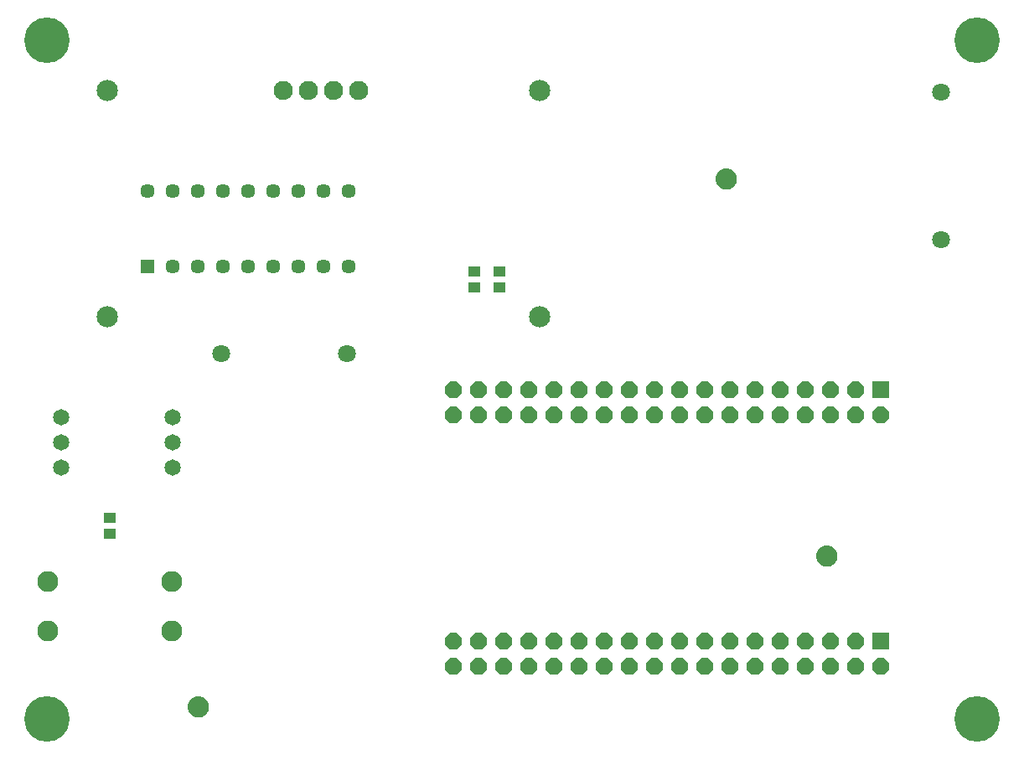
<source format=gbr>
G04 EAGLE Gerber RS-274X export*
G75*
%MOMM*%
%FSLAX34Y34*%
%LPD*%
%INSoldermask Bottom*%
%IPPOS*%
%AMOC8*
5,1,8,0,0,1.08239X$1,22.5*%
G01*
%ADD10C,2.112400*%
%ADD11C,1.803400*%
%ADD12R,1.447800X1.447800*%
%ADD13C,1.447800*%
%ADD14C,2.152400*%
%ADD15C,1.930400*%
%ADD16C,1.651000*%
%ADD17R,1.183641X1.102359*%
%ADD18R,1.676400X1.676400*%
%ADD19P,1.814519X8X202.500000*%
%ADD20C,4.597400*%
%ADD21C,0.609600*%
%ADD22C,1.168400*%


D10*
X39100Y177400D03*
X39100Y127400D03*
X164100Y127400D03*
X164100Y177400D03*
D11*
X341100Y407700D03*
X214100Y407700D03*
D12*
X139700Y495300D03*
D13*
X165100Y495300D03*
X190500Y495300D03*
X215900Y495300D03*
X241300Y495300D03*
X266700Y495300D03*
X292100Y495300D03*
X317500Y495300D03*
X342900Y495300D03*
X342900Y571500D03*
X317500Y571500D03*
X292100Y571500D03*
X266700Y571500D03*
X241300Y571500D03*
X215900Y571500D03*
X190500Y571500D03*
X165100Y571500D03*
X139700Y571500D03*
D11*
X941100Y522500D03*
X941100Y671300D03*
D14*
X535940Y444500D03*
X99060Y444500D03*
X535940Y673100D03*
X99060Y673100D03*
D15*
X276860Y673100D03*
X302260Y673100D03*
X327660Y673100D03*
X353060Y673100D03*
D16*
X165100Y342900D03*
X165100Y317500D03*
X165100Y292100D03*
X52578Y342900D03*
X52578Y317500D03*
X52578Y292100D03*
D17*
X101600Y225679D03*
X101600Y241681D03*
X469900Y474599D03*
X469900Y490601D03*
X495300Y474599D03*
X495300Y490601D03*
D18*
X880700Y371100D03*
D19*
X880700Y345700D03*
X855300Y371100D03*
X855300Y345700D03*
X829900Y371100D03*
X829900Y345700D03*
X804500Y371100D03*
X804500Y345700D03*
X779100Y371100D03*
X779100Y345700D03*
X753700Y371100D03*
X753700Y345700D03*
X728300Y371100D03*
X728300Y345700D03*
X702900Y371100D03*
X702900Y345700D03*
X677500Y371100D03*
X677500Y345700D03*
X652100Y371100D03*
X652100Y345700D03*
X626700Y371100D03*
X626700Y345700D03*
X601300Y371100D03*
X601300Y345700D03*
X575900Y371100D03*
X575900Y345700D03*
X550500Y371100D03*
X550500Y345700D03*
X525100Y371100D03*
X525100Y345700D03*
X499700Y371100D03*
X499700Y345700D03*
X474300Y371100D03*
X474300Y345700D03*
X448900Y371100D03*
X448900Y345700D03*
D18*
X880700Y117100D03*
D19*
X880700Y91700D03*
X855300Y117100D03*
X855300Y91700D03*
X829900Y117100D03*
X829900Y91700D03*
X804500Y117100D03*
X804500Y91700D03*
X779100Y117100D03*
X779100Y91700D03*
X753700Y117100D03*
X753700Y91700D03*
X728300Y117100D03*
X728300Y91700D03*
X702900Y117100D03*
X702900Y91700D03*
X677500Y117100D03*
X677500Y91700D03*
X652100Y117100D03*
X652100Y91700D03*
X626700Y117100D03*
X626700Y91700D03*
X601300Y117100D03*
X601300Y91700D03*
X575900Y117100D03*
X575900Y91700D03*
X550500Y117100D03*
X550500Y91700D03*
X525100Y117100D03*
X525100Y91700D03*
X499700Y117100D03*
X499700Y91700D03*
X474300Y117100D03*
X474300Y91700D03*
X448900Y117100D03*
X448900Y91700D03*
D20*
X38100Y38100D03*
X977900Y723900D03*
X38100Y723900D03*
X977900Y38100D03*
D21*
X716280Y584200D02*
X716282Y584387D01*
X716289Y584574D01*
X716301Y584761D01*
X716317Y584947D01*
X716337Y585133D01*
X716362Y585318D01*
X716392Y585503D01*
X716426Y585687D01*
X716465Y585870D01*
X716508Y586052D01*
X716556Y586232D01*
X716608Y586412D01*
X716665Y586590D01*
X716725Y586767D01*
X716791Y586942D01*
X716860Y587116D01*
X716934Y587288D01*
X717012Y587458D01*
X717094Y587626D01*
X717180Y587792D01*
X717270Y587956D01*
X717364Y588117D01*
X717462Y588277D01*
X717564Y588433D01*
X717670Y588588D01*
X717780Y588739D01*
X717893Y588888D01*
X718010Y589034D01*
X718130Y589177D01*
X718254Y589317D01*
X718381Y589454D01*
X718512Y589588D01*
X718646Y589719D01*
X718783Y589846D01*
X718923Y589970D01*
X719066Y590090D01*
X719212Y590207D01*
X719361Y590320D01*
X719512Y590430D01*
X719667Y590536D01*
X719823Y590638D01*
X719983Y590736D01*
X720144Y590830D01*
X720308Y590920D01*
X720474Y591006D01*
X720642Y591088D01*
X720812Y591166D01*
X720984Y591240D01*
X721158Y591309D01*
X721333Y591375D01*
X721510Y591435D01*
X721688Y591492D01*
X721868Y591544D01*
X722048Y591592D01*
X722230Y591635D01*
X722413Y591674D01*
X722597Y591708D01*
X722782Y591738D01*
X722967Y591763D01*
X723153Y591783D01*
X723339Y591799D01*
X723526Y591811D01*
X723713Y591818D01*
X723900Y591820D01*
X724087Y591818D01*
X724274Y591811D01*
X724461Y591799D01*
X724647Y591783D01*
X724833Y591763D01*
X725018Y591738D01*
X725203Y591708D01*
X725387Y591674D01*
X725570Y591635D01*
X725752Y591592D01*
X725932Y591544D01*
X726112Y591492D01*
X726290Y591435D01*
X726467Y591375D01*
X726642Y591309D01*
X726816Y591240D01*
X726988Y591166D01*
X727158Y591088D01*
X727326Y591006D01*
X727492Y590920D01*
X727656Y590830D01*
X727817Y590736D01*
X727977Y590638D01*
X728133Y590536D01*
X728288Y590430D01*
X728439Y590320D01*
X728588Y590207D01*
X728734Y590090D01*
X728877Y589970D01*
X729017Y589846D01*
X729154Y589719D01*
X729288Y589588D01*
X729419Y589454D01*
X729546Y589317D01*
X729670Y589177D01*
X729790Y589034D01*
X729907Y588888D01*
X730020Y588739D01*
X730130Y588588D01*
X730236Y588433D01*
X730338Y588277D01*
X730436Y588117D01*
X730530Y587956D01*
X730620Y587792D01*
X730706Y587626D01*
X730788Y587458D01*
X730866Y587288D01*
X730940Y587116D01*
X731009Y586942D01*
X731075Y586767D01*
X731135Y586590D01*
X731192Y586412D01*
X731244Y586232D01*
X731292Y586052D01*
X731335Y585870D01*
X731374Y585687D01*
X731408Y585503D01*
X731438Y585318D01*
X731463Y585133D01*
X731483Y584947D01*
X731499Y584761D01*
X731511Y584574D01*
X731518Y584387D01*
X731520Y584200D01*
X731518Y584013D01*
X731511Y583826D01*
X731499Y583639D01*
X731483Y583453D01*
X731463Y583267D01*
X731438Y583082D01*
X731408Y582897D01*
X731374Y582713D01*
X731335Y582530D01*
X731292Y582348D01*
X731244Y582168D01*
X731192Y581988D01*
X731135Y581810D01*
X731075Y581633D01*
X731009Y581458D01*
X730940Y581284D01*
X730866Y581112D01*
X730788Y580942D01*
X730706Y580774D01*
X730620Y580608D01*
X730530Y580444D01*
X730436Y580283D01*
X730338Y580123D01*
X730236Y579967D01*
X730130Y579812D01*
X730020Y579661D01*
X729907Y579512D01*
X729790Y579366D01*
X729670Y579223D01*
X729546Y579083D01*
X729419Y578946D01*
X729288Y578812D01*
X729154Y578681D01*
X729017Y578554D01*
X728877Y578430D01*
X728734Y578310D01*
X728588Y578193D01*
X728439Y578080D01*
X728288Y577970D01*
X728133Y577864D01*
X727977Y577762D01*
X727817Y577664D01*
X727656Y577570D01*
X727492Y577480D01*
X727326Y577394D01*
X727158Y577312D01*
X726988Y577234D01*
X726816Y577160D01*
X726642Y577091D01*
X726467Y577025D01*
X726290Y576965D01*
X726112Y576908D01*
X725932Y576856D01*
X725752Y576808D01*
X725570Y576765D01*
X725387Y576726D01*
X725203Y576692D01*
X725018Y576662D01*
X724833Y576637D01*
X724647Y576617D01*
X724461Y576601D01*
X724274Y576589D01*
X724087Y576582D01*
X723900Y576580D01*
X723713Y576582D01*
X723526Y576589D01*
X723339Y576601D01*
X723153Y576617D01*
X722967Y576637D01*
X722782Y576662D01*
X722597Y576692D01*
X722413Y576726D01*
X722230Y576765D01*
X722048Y576808D01*
X721868Y576856D01*
X721688Y576908D01*
X721510Y576965D01*
X721333Y577025D01*
X721158Y577091D01*
X720984Y577160D01*
X720812Y577234D01*
X720642Y577312D01*
X720474Y577394D01*
X720308Y577480D01*
X720144Y577570D01*
X719983Y577664D01*
X719823Y577762D01*
X719667Y577864D01*
X719512Y577970D01*
X719361Y578080D01*
X719212Y578193D01*
X719066Y578310D01*
X718923Y578430D01*
X718783Y578554D01*
X718646Y578681D01*
X718512Y578812D01*
X718381Y578946D01*
X718254Y579083D01*
X718130Y579223D01*
X718010Y579366D01*
X717893Y579512D01*
X717780Y579661D01*
X717670Y579812D01*
X717564Y579967D01*
X717462Y580123D01*
X717364Y580283D01*
X717270Y580444D01*
X717180Y580608D01*
X717094Y580774D01*
X717012Y580942D01*
X716934Y581112D01*
X716860Y581284D01*
X716791Y581458D01*
X716725Y581633D01*
X716665Y581810D01*
X716608Y581988D01*
X716556Y582168D01*
X716508Y582348D01*
X716465Y582530D01*
X716426Y582713D01*
X716392Y582897D01*
X716362Y583082D01*
X716337Y583267D01*
X716317Y583453D01*
X716301Y583639D01*
X716289Y583826D01*
X716282Y584013D01*
X716280Y584200D01*
D22*
X723900Y584200D03*
D21*
X182880Y50800D02*
X182882Y50987D01*
X182889Y51174D01*
X182901Y51361D01*
X182917Y51547D01*
X182937Y51733D01*
X182962Y51918D01*
X182992Y52103D01*
X183026Y52287D01*
X183065Y52470D01*
X183108Y52652D01*
X183156Y52832D01*
X183208Y53012D01*
X183265Y53190D01*
X183325Y53367D01*
X183391Y53542D01*
X183460Y53716D01*
X183534Y53888D01*
X183612Y54058D01*
X183694Y54226D01*
X183780Y54392D01*
X183870Y54556D01*
X183964Y54717D01*
X184062Y54877D01*
X184164Y55033D01*
X184270Y55188D01*
X184380Y55339D01*
X184493Y55488D01*
X184610Y55634D01*
X184730Y55777D01*
X184854Y55917D01*
X184981Y56054D01*
X185112Y56188D01*
X185246Y56319D01*
X185383Y56446D01*
X185523Y56570D01*
X185666Y56690D01*
X185812Y56807D01*
X185961Y56920D01*
X186112Y57030D01*
X186267Y57136D01*
X186423Y57238D01*
X186583Y57336D01*
X186744Y57430D01*
X186908Y57520D01*
X187074Y57606D01*
X187242Y57688D01*
X187412Y57766D01*
X187584Y57840D01*
X187758Y57909D01*
X187933Y57975D01*
X188110Y58035D01*
X188288Y58092D01*
X188468Y58144D01*
X188648Y58192D01*
X188830Y58235D01*
X189013Y58274D01*
X189197Y58308D01*
X189382Y58338D01*
X189567Y58363D01*
X189753Y58383D01*
X189939Y58399D01*
X190126Y58411D01*
X190313Y58418D01*
X190500Y58420D01*
X190687Y58418D01*
X190874Y58411D01*
X191061Y58399D01*
X191247Y58383D01*
X191433Y58363D01*
X191618Y58338D01*
X191803Y58308D01*
X191987Y58274D01*
X192170Y58235D01*
X192352Y58192D01*
X192532Y58144D01*
X192712Y58092D01*
X192890Y58035D01*
X193067Y57975D01*
X193242Y57909D01*
X193416Y57840D01*
X193588Y57766D01*
X193758Y57688D01*
X193926Y57606D01*
X194092Y57520D01*
X194256Y57430D01*
X194417Y57336D01*
X194577Y57238D01*
X194733Y57136D01*
X194888Y57030D01*
X195039Y56920D01*
X195188Y56807D01*
X195334Y56690D01*
X195477Y56570D01*
X195617Y56446D01*
X195754Y56319D01*
X195888Y56188D01*
X196019Y56054D01*
X196146Y55917D01*
X196270Y55777D01*
X196390Y55634D01*
X196507Y55488D01*
X196620Y55339D01*
X196730Y55188D01*
X196836Y55033D01*
X196938Y54877D01*
X197036Y54717D01*
X197130Y54556D01*
X197220Y54392D01*
X197306Y54226D01*
X197388Y54058D01*
X197466Y53888D01*
X197540Y53716D01*
X197609Y53542D01*
X197675Y53367D01*
X197735Y53190D01*
X197792Y53012D01*
X197844Y52832D01*
X197892Y52652D01*
X197935Y52470D01*
X197974Y52287D01*
X198008Y52103D01*
X198038Y51918D01*
X198063Y51733D01*
X198083Y51547D01*
X198099Y51361D01*
X198111Y51174D01*
X198118Y50987D01*
X198120Y50800D01*
X198118Y50613D01*
X198111Y50426D01*
X198099Y50239D01*
X198083Y50053D01*
X198063Y49867D01*
X198038Y49682D01*
X198008Y49497D01*
X197974Y49313D01*
X197935Y49130D01*
X197892Y48948D01*
X197844Y48768D01*
X197792Y48588D01*
X197735Y48410D01*
X197675Y48233D01*
X197609Y48058D01*
X197540Y47884D01*
X197466Y47712D01*
X197388Y47542D01*
X197306Y47374D01*
X197220Y47208D01*
X197130Y47044D01*
X197036Y46883D01*
X196938Y46723D01*
X196836Y46567D01*
X196730Y46412D01*
X196620Y46261D01*
X196507Y46112D01*
X196390Y45966D01*
X196270Y45823D01*
X196146Y45683D01*
X196019Y45546D01*
X195888Y45412D01*
X195754Y45281D01*
X195617Y45154D01*
X195477Y45030D01*
X195334Y44910D01*
X195188Y44793D01*
X195039Y44680D01*
X194888Y44570D01*
X194733Y44464D01*
X194577Y44362D01*
X194417Y44264D01*
X194256Y44170D01*
X194092Y44080D01*
X193926Y43994D01*
X193758Y43912D01*
X193588Y43834D01*
X193416Y43760D01*
X193242Y43691D01*
X193067Y43625D01*
X192890Y43565D01*
X192712Y43508D01*
X192532Y43456D01*
X192352Y43408D01*
X192170Y43365D01*
X191987Y43326D01*
X191803Y43292D01*
X191618Y43262D01*
X191433Y43237D01*
X191247Y43217D01*
X191061Y43201D01*
X190874Y43189D01*
X190687Y43182D01*
X190500Y43180D01*
X190313Y43182D01*
X190126Y43189D01*
X189939Y43201D01*
X189753Y43217D01*
X189567Y43237D01*
X189382Y43262D01*
X189197Y43292D01*
X189013Y43326D01*
X188830Y43365D01*
X188648Y43408D01*
X188468Y43456D01*
X188288Y43508D01*
X188110Y43565D01*
X187933Y43625D01*
X187758Y43691D01*
X187584Y43760D01*
X187412Y43834D01*
X187242Y43912D01*
X187074Y43994D01*
X186908Y44080D01*
X186744Y44170D01*
X186583Y44264D01*
X186423Y44362D01*
X186267Y44464D01*
X186112Y44570D01*
X185961Y44680D01*
X185812Y44793D01*
X185666Y44910D01*
X185523Y45030D01*
X185383Y45154D01*
X185246Y45281D01*
X185112Y45412D01*
X184981Y45546D01*
X184854Y45683D01*
X184730Y45823D01*
X184610Y45966D01*
X184493Y46112D01*
X184380Y46261D01*
X184270Y46412D01*
X184164Y46567D01*
X184062Y46723D01*
X183964Y46883D01*
X183870Y47044D01*
X183780Y47208D01*
X183694Y47374D01*
X183612Y47542D01*
X183534Y47712D01*
X183460Y47884D01*
X183391Y48058D01*
X183325Y48233D01*
X183265Y48410D01*
X183208Y48588D01*
X183156Y48768D01*
X183108Y48948D01*
X183065Y49130D01*
X183026Y49313D01*
X182992Y49497D01*
X182962Y49682D01*
X182937Y49867D01*
X182917Y50053D01*
X182901Y50239D01*
X182889Y50426D01*
X182882Y50613D01*
X182880Y50800D01*
D22*
X190500Y50800D03*
D21*
X817880Y203200D02*
X817882Y203387D01*
X817889Y203574D01*
X817901Y203761D01*
X817917Y203947D01*
X817937Y204133D01*
X817962Y204318D01*
X817992Y204503D01*
X818026Y204687D01*
X818065Y204870D01*
X818108Y205052D01*
X818156Y205232D01*
X818208Y205412D01*
X818265Y205590D01*
X818325Y205767D01*
X818391Y205942D01*
X818460Y206116D01*
X818534Y206288D01*
X818612Y206458D01*
X818694Y206626D01*
X818780Y206792D01*
X818870Y206956D01*
X818964Y207117D01*
X819062Y207277D01*
X819164Y207433D01*
X819270Y207588D01*
X819380Y207739D01*
X819493Y207888D01*
X819610Y208034D01*
X819730Y208177D01*
X819854Y208317D01*
X819981Y208454D01*
X820112Y208588D01*
X820246Y208719D01*
X820383Y208846D01*
X820523Y208970D01*
X820666Y209090D01*
X820812Y209207D01*
X820961Y209320D01*
X821112Y209430D01*
X821267Y209536D01*
X821423Y209638D01*
X821583Y209736D01*
X821744Y209830D01*
X821908Y209920D01*
X822074Y210006D01*
X822242Y210088D01*
X822412Y210166D01*
X822584Y210240D01*
X822758Y210309D01*
X822933Y210375D01*
X823110Y210435D01*
X823288Y210492D01*
X823468Y210544D01*
X823648Y210592D01*
X823830Y210635D01*
X824013Y210674D01*
X824197Y210708D01*
X824382Y210738D01*
X824567Y210763D01*
X824753Y210783D01*
X824939Y210799D01*
X825126Y210811D01*
X825313Y210818D01*
X825500Y210820D01*
X825687Y210818D01*
X825874Y210811D01*
X826061Y210799D01*
X826247Y210783D01*
X826433Y210763D01*
X826618Y210738D01*
X826803Y210708D01*
X826987Y210674D01*
X827170Y210635D01*
X827352Y210592D01*
X827532Y210544D01*
X827712Y210492D01*
X827890Y210435D01*
X828067Y210375D01*
X828242Y210309D01*
X828416Y210240D01*
X828588Y210166D01*
X828758Y210088D01*
X828926Y210006D01*
X829092Y209920D01*
X829256Y209830D01*
X829417Y209736D01*
X829577Y209638D01*
X829733Y209536D01*
X829888Y209430D01*
X830039Y209320D01*
X830188Y209207D01*
X830334Y209090D01*
X830477Y208970D01*
X830617Y208846D01*
X830754Y208719D01*
X830888Y208588D01*
X831019Y208454D01*
X831146Y208317D01*
X831270Y208177D01*
X831390Y208034D01*
X831507Y207888D01*
X831620Y207739D01*
X831730Y207588D01*
X831836Y207433D01*
X831938Y207277D01*
X832036Y207117D01*
X832130Y206956D01*
X832220Y206792D01*
X832306Y206626D01*
X832388Y206458D01*
X832466Y206288D01*
X832540Y206116D01*
X832609Y205942D01*
X832675Y205767D01*
X832735Y205590D01*
X832792Y205412D01*
X832844Y205232D01*
X832892Y205052D01*
X832935Y204870D01*
X832974Y204687D01*
X833008Y204503D01*
X833038Y204318D01*
X833063Y204133D01*
X833083Y203947D01*
X833099Y203761D01*
X833111Y203574D01*
X833118Y203387D01*
X833120Y203200D01*
X833118Y203013D01*
X833111Y202826D01*
X833099Y202639D01*
X833083Y202453D01*
X833063Y202267D01*
X833038Y202082D01*
X833008Y201897D01*
X832974Y201713D01*
X832935Y201530D01*
X832892Y201348D01*
X832844Y201168D01*
X832792Y200988D01*
X832735Y200810D01*
X832675Y200633D01*
X832609Y200458D01*
X832540Y200284D01*
X832466Y200112D01*
X832388Y199942D01*
X832306Y199774D01*
X832220Y199608D01*
X832130Y199444D01*
X832036Y199283D01*
X831938Y199123D01*
X831836Y198967D01*
X831730Y198812D01*
X831620Y198661D01*
X831507Y198512D01*
X831390Y198366D01*
X831270Y198223D01*
X831146Y198083D01*
X831019Y197946D01*
X830888Y197812D01*
X830754Y197681D01*
X830617Y197554D01*
X830477Y197430D01*
X830334Y197310D01*
X830188Y197193D01*
X830039Y197080D01*
X829888Y196970D01*
X829733Y196864D01*
X829577Y196762D01*
X829417Y196664D01*
X829256Y196570D01*
X829092Y196480D01*
X828926Y196394D01*
X828758Y196312D01*
X828588Y196234D01*
X828416Y196160D01*
X828242Y196091D01*
X828067Y196025D01*
X827890Y195965D01*
X827712Y195908D01*
X827532Y195856D01*
X827352Y195808D01*
X827170Y195765D01*
X826987Y195726D01*
X826803Y195692D01*
X826618Y195662D01*
X826433Y195637D01*
X826247Y195617D01*
X826061Y195601D01*
X825874Y195589D01*
X825687Y195582D01*
X825500Y195580D01*
X825313Y195582D01*
X825126Y195589D01*
X824939Y195601D01*
X824753Y195617D01*
X824567Y195637D01*
X824382Y195662D01*
X824197Y195692D01*
X824013Y195726D01*
X823830Y195765D01*
X823648Y195808D01*
X823468Y195856D01*
X823288Y195908D01*
X823110Y195965D01*
X822933Y196025D01*
X822758Y196091D01*
X822584Y196160D01*
X822412Y196234D01*
X822242Y196312D01*
X822074Y196394D01*
X821908Y196480D01*
X821744Y196570D01*
X821583Y196664D01*
X821423Y196762D01*
X821267Y196864D01*
X821112Y196970D01*
X820961Y197080D01*
X820812Y197193D01*
X820666Y197310D01*
X820523Y197430D01*
X820383Y197554D01*
X820246Y197681D01*
X820112Y197812D01*
X819981Y197946D01*
X819854Y198083D01*
X819730Y198223D01*
X819610Y198366D01*
X819493Y198512D01*
X819380Y198661D01*
X819270Y198812D01*
X819164Y198967D01*
X819062Y199123D01*
X818964Y199283D01*
X818870Y199444D01*
X818780Y199608D01*
X818694Y199774D01*
X818612Y199942D01*
X818534Y200112D01*
X818460Y200284D01*
X818391Y200458D01*
X818325Y200633D01*
X818265Y200810D01*
X818208Y200988D01*
X818156Y201168D01*
X818108Y201348D01*
X818065Y201530D01*
X818026Y201713D01*
X817992Y201897D01*
X817962Y202082D01*
X817937Y202267D01*
X817917Y202453D01*
X817901Y202639D01*
X817889Y202826D01*
X817882Y203013D01*
X817880Y203200D01*
D22*
X825500Y203200D03*
M02*

</source>
